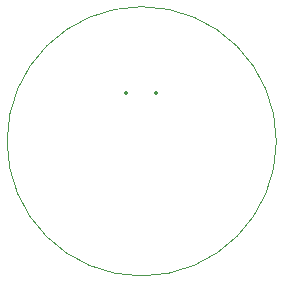
<source format=gbr>
%TF.GenerationSoftware,KiCad,Pcbnew,8.0.6*%
%TF.CreationDate,2025-02-04T12:58:53+00:00*%
%TF.ProjectId,PCB,5043422e-6b69-4636-9164-5f7063625858,rev?*%
%TF.SameCoordinates,Original*%
%TF.FileFunction,Profile,NP*%
%FSLAX46Y46*%
G04 Gerber Fmt 4.6, Leading zero omitted, Abs format (unit mm)*
G04 Created by KiCad (PCBNEW 8.0.6) date 2025-02-04 12:58:53*
%MOMM*%
%LPD*%
G01*
G04 APERTURE LIST*
%TA.AperFunction,Profile*%
%ADD10C,0.050000*%
%TD*%
%ADD11C,0.350000*%
G04 APERTURE END LIST*
D10*
X158900000Y-98000000D02*
G75*
G02*
X136100000Y-98000000I-11400000J0D01*
G01*
X136100000Y-98000000D02*
G75*
G02*
X158900000Y-98000000I11400000J0D01*
G01*
D11*
X148700000Y-93900000D03*
X146200000Y-93900000D03*
M02*

</source>
